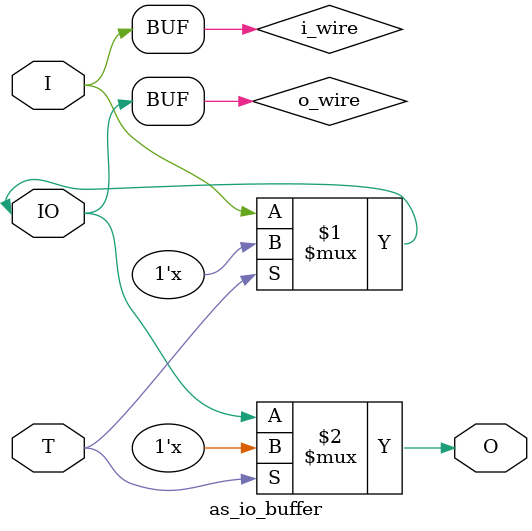
<source format=v>
/*
In Quartus Prime for MAX 10 devices, you can obtain the functionality of the `IOBUF` primitive using a combination of WIRE and TRI primitives.
The `WIRE` primitive is used to define an intermediate signal, and the `TRI` primitive is used to control the tri-state behavior of the signal.

In this Verilog module, we define an `io_buffer` module that provides the functionality of the `IOBUF` primitive for MAX 10 devices. It includes an input `I`, an inout bidirectional I/O `IO`, and an output `O`. Additionally, there is a `T` input, which controls the tri-state enable functionality.

Here's how the module works:

1. The input `I` is assigned to an intermediate wire `i_wire`, which acts as the input to the buffer.
2. For the bidirectional buffer, the `IO` is assigned to either the intermediate wire `i_wire` or tri-stated (1'bz) based on the `T` input.
3. For the output buffer, the intermediate wire `o_wire` is assigned the value of `IO` or tri-stated (1'bz) based on the `T` input.
   Finally, the output `O` takes the value of `o_wire`.

The `T` input can be driven externally to control the tri-state enable behavior of the buffer. When `T` is high, the buffer is tri-stated, and both the input and output signals are in a high-impedance state. When `T` is low, the buffer functions normally, allowing data to be driven from the input to the output.

*/

module as_io_buffer (
    inout IO,   // Bidirectional I/O signal
    input I,    // Input to the buffer
    input T,    // Tri-state enable signal
    output O    // Output from the buffer
);

    wire i_wire;
    wire o_wire;

    // Assign the input to the buffer to the intermediate wire
    assign i_wire = I;

    // Bidirectional buffer: input to the wire when not tri-stated
    assign IO = T ? 1'bz : i_wire;

    // Output buffer: output from the wire when not tri-stated
    assign o_wire = IO;
    assign O = T ? 1'bz : o_wire;

endmodule
</source>
